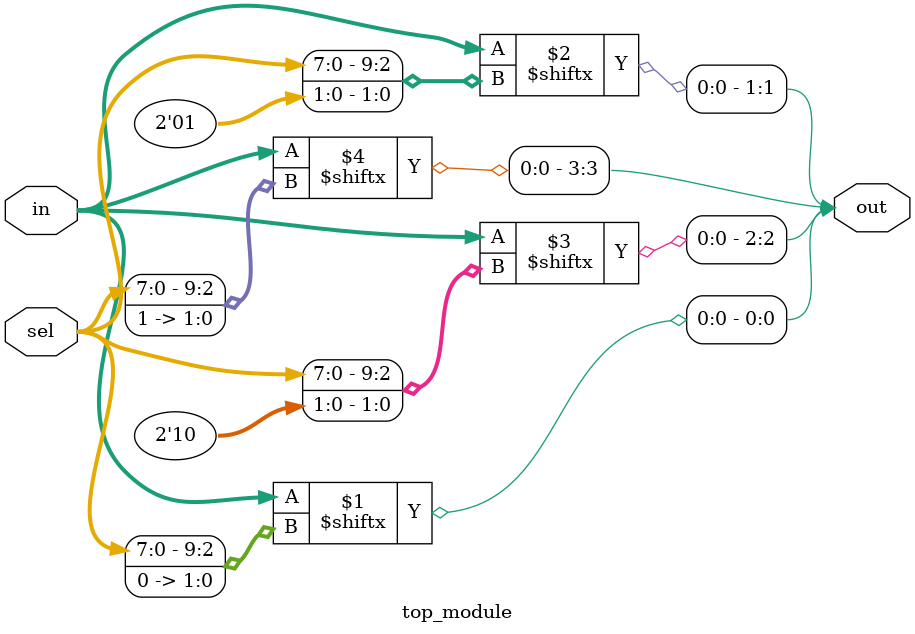
<source format=v>

`default_nettype none

module top_module( 
    input   [1023:0]    in,
    input   [7:0]       sel,
    output  [3:0]       out
);

    assign out = {in[{sel, 2'b11}], in[{sel, 2'b10}], in[{sel, 2'b01}], in[{sel, 2'b00}]};

endmodule
</source>
